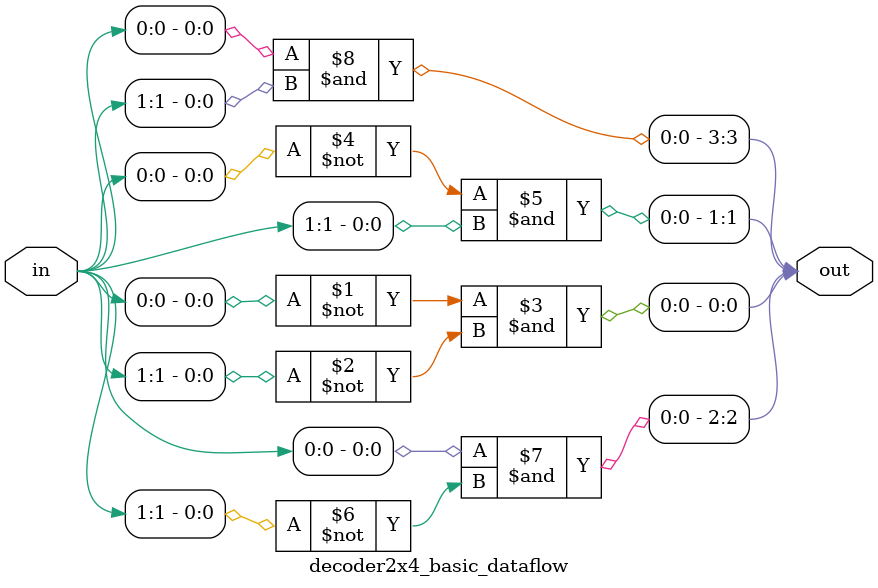
<source format=v>
module decoder2x4_basic_dataflow(input [1:0] in, output [3:0] out);

    assign out[0] = ~in[0] & ~in[1];
    assign out[1] = ~in[0] & in[1];
    assign out[2] = in[0] & ~in[1];
    assign out[3] = in[0] & in[1];

endmodule

</source>
